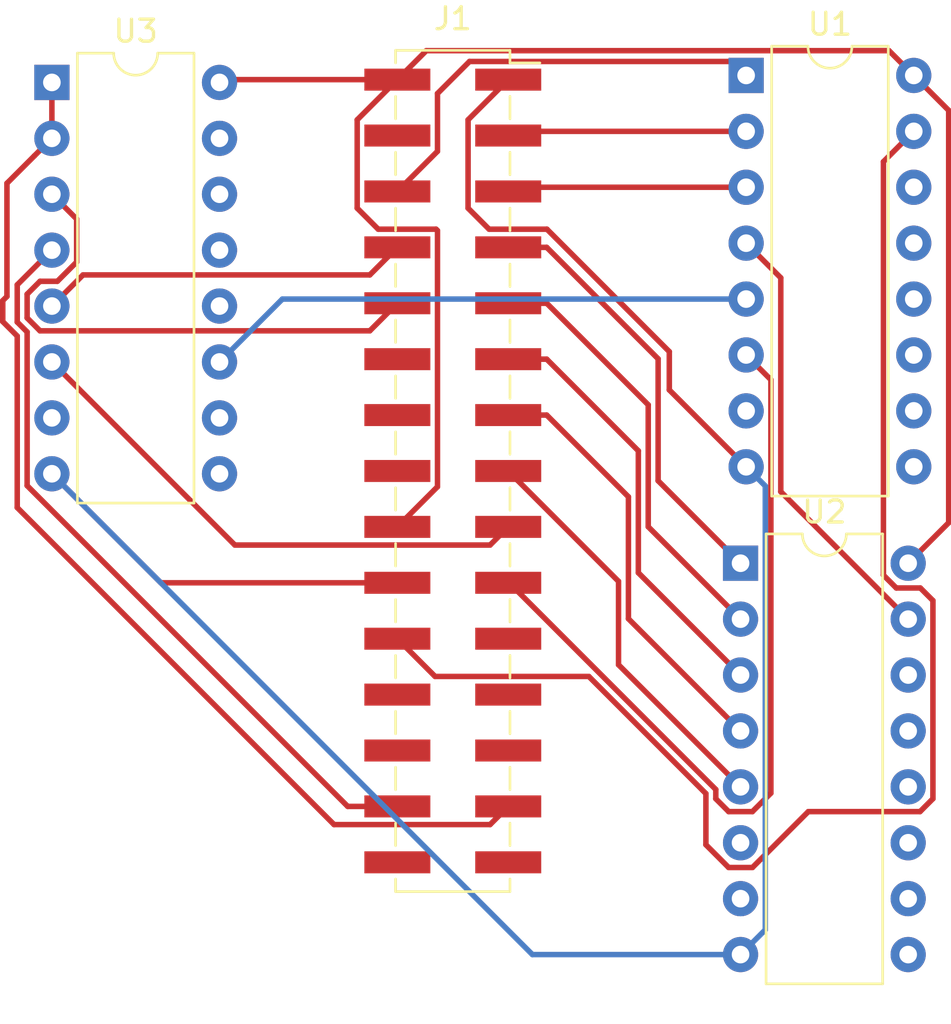
<source format=kicad_pcb>
(kicad_pcb (version 20171130) (host pcbnew "(5.1.10)-1")

  (general
    (thickness 1.6)
    (drawings 0)
    (tracks 120)
    (zones 0)
    (modules 4)
    (nets 23)
  )

  (page A4)
  (layers
    (0 F.Cu signal)
    (31 B.Cu signal)
    (32 B.Adhes user)
    (33 F.Adhes user)
    (34 B.Paste user)
    (35 F.Paste user)
    (36 B.SilkS user)
    (37 F.SilkS user)
    (38 B.Mask user)
    (39 F.Mask user)
    (40 Dwgs.User user)
    (41 Cmts.User user)
    (42 Eco1.User user)
    (43 Eco2.User user)
    (44 Edge.Cuts user)
    (45 Margin user)
    (46 B.CrtYd user)
    (47 F.CrtYd user)
    (48 B.Fab user)
    (49 F.Fab user)
  )

  (setup
    (last_trace_width 0.25)
    (trace_clearance 0.2)
    (zone_clearance 0.508)
    (zone_45_only no)
    (trace_min 0.2)
    (via_size 0.8)
    (via_drill 0.4)
    (via_min_size 0.4)
    (via_min_drill 0.3)
    (uvia_size 0.3)
    (uvia_drill 0.1)
    (uvias_allowed no)
    (uvia_min_size 0.2)
    (uvia_min_drill 0.1)
    (edge_width 0.1)
    (segment_width 0.2)
    (pcb_text_width 0.3)
    (pcb_text_size 1.5 1.5)
    (mod_edge_width 0.15)
    (mod_text_size 1 1)
    (mod_text_width 0.15)
    (pad_size 1.524 1.524)
    (pad_drill 0.762)
    (pad_to_mask_clearance 0)
    (aux_axis_origin 0 0)
    (visible_elements FFFFEF7F)
    (pcbplotparams
      (layerselection 0x010fc_ffffffff)
      (usegerberextensions false)
      (usegerberattributes true)
      (usegerberadvancedattributes true)
      (creategerberjobfile true)
      (excludeedgelayer true)
      (linewidth 0.100000)
      (plotframeref false)
      (viasonmask false)
      (mode 1)
      (useauxorigin false)
      (hpglpennumber 1)
      (hpglpenspeed 20)
      (hpglpendiameter 15.000000)
      (psnegative false)
      (psa4output false)
      (plotreference true)
      (plotvalue true)
      (plotinvisibletext false)
      (padsonsilk false)
      (subtractmaskfromsilk false)
      (outputformat 1)
      (mirror false)
      (drillshape 1)
      (scaleselection 1)
      (outputdirectory ""))
  )

  (net 0 "")
  (net 1 ROMSEL)
  (net 2 R-W)
  (net 3 A0)
  (net 4 A1)
  (net 5 EXP3)
  (net 6 A2)
  (net 7 EXP1)
  (net 8 A3)
  (net 9 EXP8)
  (net 10 A4)
  (net 11 A5)
  (net 12 A6)
  (net 13 A7)
  (net 14 A14)
  (net 15 A8)
  (net 16 A13)
  (net 17 A9)
  (net 18 A12)
  (net 19 A10)
  (net 20 A11)
  (net 21 EN2)
  (net 22 EN1)

  (net_class Default "This is the default net class."
    (clearance 0.2)
    (trace_width 0.25)
    (via_dia 0.8)
    (via_drill 0.4)
    (uvia_dia 0.3)
    (uvia_drill 0.1)
    (add_net A0)
    (add_net A1)
    (add_net A10)
    (add_net A11)
    (add_net A12)
    (add_net A13)
    (add_net A14)
    (add_net A2)
    (add_net A3)
    (add_net A4)
    (add_net A5)
    (add_net A6)
    (add_net A7)
    (add_net A8)
    (add_net A9)
    (add_net EN1)
    (add_net EN2)
    (add_net EXP1)
    (add_net EXP3)
    (add_net EXP8)
    (add_net R-W)
    (add_net ROMSEL)
  )

  (module Package_DIP:DIP-16_W7.62mm (layer F.Cu) (tedit 5A02E8C5) (tstamp 6127D28B)
    (at 106.172 76.962)
    (descr "16-lead though-hole mounted DIP package, row spacing 7.62 mm (300 mils)")
    (tags "THT DIP DIL PDIP 2.54mm 7.62mm 300mil")
    (path /60A117DA)
    (fp_text reference U3 (at 3.81 -2.33) (layer F.SilkS)
      (effects (font (size 1 1) (thickness 0.15)))
    )
    (fp_text value 74LS138 (at 3.81 20.11) (layer F.Fab)
      (effects (font (size 1 1) (thickness 0.15)))
    )
    (fp_text user %R (at 3.81 8.89) (layer F.Fab)
      (effects (font (size 1 1) (thickness 0.15)))
    )
    (fp_arc (start 3.81 -1.33) (end 2.81 -1.33) (angle -180) (layer F.SilkS) (width 0.12))
    (fp_line (start 1.635 -1.27) (end 6.985 -1.27) (layer F.Fab) (width 0.1))
    (fp_line (start 6.985 -1.27) (end 6.985 19.05) (layer F.Fab) (width 0.1))
    (fp_line (start 6.985 19.05) (end 0.635 19.05) (layer F.Fab) (width 0.1))
    (fp_line (start 0.635 19.05) (end 0.635 -0.27) (layer F.Fab) (width 0.1))
    (fp_line (start 0.635 -0.27) (end 1.635 -1.27) (layer F.Fab) (width 0.1))
    (fp_line (start 2.81 -1.33) (end 1.16 -1.33) (layer F.SilkS) (width 0.12))
    (fp_line (start 1.16 -1.33) (end 1.16 19.11) (layer F.SilkS) (width 0.12))
    (fp_line (start 1.16 19.11) (end 6.46 19.11) (layer F.SilkS) (width 0.12))
    (fp_line (start 6.46 19.11) (end 6.46 -1.33) (layer F.SilkS) (width 0.12))
    (fp_line (start 6.46 -1.33) (end 4.81 -1.33) (layer F.SilkS) (width 0.12))
    (fp_line (start -1.1 -1.55) (end -1.1 19.3) (layer F.CrtYd) (width 0.05))
    (fp_line (start -1.1 19.3) (end 8.7 19.3) (layer F.CrtYd) (width 0.05))
    (fp_line (start 8.7 19.3) (end 8.7 -1.55) (layer F.CrtYd) (width 0.05))
    (fp_line (start 8.7 -1.55) (end -1.1 -1.55) (layer F.CrtYd) (width 0.05))
    (pad 16 thru_hole oval (at 7.62 0) (size 1.6 1.6) (drill 0.8) (layers *.Cu *.Mask)
      (net 9 EXP8))
    (pad 8 thru_hole oval (at 0 17.78) (size 1.6 1.6) (drill 0.8) (layers *.Cu *.Mask)
      (net 7 EXP1))
    (pad 15 thru_hole oval (at 7.62 2.54) (size 1.6 1.6) (drill 0.8) (layers *.Cu *.Mask))
    (pad 7 thru_hole oval (at 0 15.24) (size 1.6 1.6) (drill 0.8) (layers *.Cu *.Mask))
    (pad 14 thru_hole oval (at 7.62 5.08) (size 1.6 1.6) (drill 0.8) (layers *.Cu *.Mask))
    (pad 6 thru_hole oval (at 0 12.7) (size 1.6 1.6) (drill 0.8) (layers *.Cu *.Mask)
      (net 10 A4))
    (pad 13 thru_hole oval (at 7.62 7.62) (size 1.6 1.6) (drill 0.8) (layers *.Cu *.Mask))
    (pad 5 thru_hole oval (at 0 10.16) (size 1.6 1.6) (drill 0.8) (layers *.Cu *.Mask)
      (net 16 A13))
    (pad 12 thru_hole oval (at 7.62 10.16) (size 1.6 1.6) (drill 0.8) (layers *.Cu *.Mask))
    (pad 4 thru_hole oval (at 0 7.62) (size 1.6 1.6) (drill 0.8) (layers *.Cu *.Mask)
      (net 1 ROMSEL))
    (pad 11 thru_hole oval (at 7.62 12.7) (size 1.6 1.6) (drill 0.8) (layers *.Cu *.Mask)
      (net 21 EN2))
    (pad 3 thru_hole oval (at 0 5.08) (size 1.6 1.6) (drill 0.8) (layers *.Cu *.Mask)
      (net 14 A14))
    (pad 10 thru_hole oval (at 7.62 15.24) (size 1.6 1.6) (drill 0.8) (layers *.Cu *.Mask))
    (pad 2 thru_hole oval (at 0 2.54) (size 1.6 1.6) (drill 0.8) (layers *.Cu *.Mask)
      (net 2 R-W))
    (pad 9 thru_hole oval (at 7.62 17.78) (size 1.6 1.6) (drill 0.8) (layers *.Cu *.Mask))
    (pad 1 thru_hole rect (at 0 0) (size 1.6 1.6) (drill 0.8) (layers *.Cu *.Mask)
      (net 2 R-W))
    (model ${KISYS3DMOD}/Package_DIP.3dshapes/DIP-16_W7.62mm.wrl
      (at (xyz 0 0 0))
      (scale (xyz 1 1 1))
      (rotate (xyz 0 0 0))
    )
  )

  (module Package_DIP:DIP-16_W7.62mm (layer F.Cu) (tedit 5A02E8C5) (tstamp 6127F7F7)
    (at 137.4775 98.806)
    (descr "16-lead though-hole mounted DIP package, row spacing 7.62 mm (300 mils)")
    (tags "THT DIP DIL PDIP 2.54mm 7.62mm 300mil")
    (path /60A1313F)
    (fp_text reference U2 (at 3.81 -2.33) (layer F.SilkS)
      (effects (font (size 1 1) (thickness 0.15)))
    )
    (fp_text value 74LS138 (at 3.81 20.11) (layer F.Fab)
      (effects (font (size 1 1) (thickness 0.15)))
    )
    (fp_text user %R (at 3.81 8.89) (layer F.Fab)
      (effects (font (size 1 1) (thickness 0.15)))
    )
    (fp_arc (start 3.81 -1.33) (end 2.81 -1.33) (angle -180) (layer F.SilkS) (width 0.12))
    (fp_line (start 1.635 -1.27) (end 6.985 -1.27) (layer F.Fab) (width 0.1))
    (fp_line (start 6.985 -1.27) (end 6.985 19.05) (layer F.Fab) (width 0.1))
    (fp_line (start 6.985 19.05) (end 0.635 19.05) (layer F.Fab) (width 0.1))
    (fp_line (start 0.635 19.05) (end 0.635 -0.27) (layer F.Fab) (width 0.1))
    (fp_line (start 0.635 -0.27) (end 1.635 -1.27) (layer F.Fab) (width 0.1))
    (fp_line (start 2.81 -1.33) (end 1.16 -1.33) (layer F.SilkS) (width 0.12))
    (fp_line (start 1.16 -1.33) (end 1.16 19.11) (layer F.SilkS) (width 0.12))
    (fp_line (start 1.16 19.11) (end 6.46 19.11) (layer F.SilkS) (width 0.12))
    (fp_line (start 6.46 19.11) (end 6.46 -1.33) (layer F.SilkS) (width 0.12))
    (fp_line (start 6.46 -1.33) (end 4.81 -1.33) (layer F.SilkS) (width 0.12))
    (fp_line (start -1.1 -1.55) (end -1.1 19.3) (layer F.CrtYd) (width 0.05))
    (fp_line (start -1.1 19.3) (end 8.7 19.3) (layer F.CrtYd) (width 0.05))
    (fp_line (start 8.7 19.3) (end 8.7 -1.55) (layer F.CrtYd) (width 0.05))
    (fp_line (start 8.7 -1.55) (end -1.1 -1.55) (layer F.CrtYd) (width 0.05))
    (pad 16 thru_hole oval (at 7.62 0) (size 1.6 1.6) (drill 0.8) (layers *.Cu *.Mask)
      (net 9 EXP8))
    (pad 8 thru_hole oval (at 0 17.78) (size 1.6 1.6) (drill 0.8) (layers *.Cu *.Mask)
      (net 7 EXP1))
    (pad 15 thru_hole oval (at 7.62 2.54) (size 1.6 1.6) (drill 0.8) (layers *.Cu *.Mask)
      (net 22 EN1))
    (pad 7 thru_hole oval (at 0 15.24) (size 1.6 1.6) (drill 0.8) (layers *.Cu *.Mask))
    (pad 14 thru_hole oval (at 7.62 5.08) (size 1.6 1.6) (drill 0.8) (layers *.Cu *.Mask))
    (pad 6 thru_hole oval (at 0 12.7) (size 1.6 1.6) (drill 0.8) (layers *.Cu *.Mask)
      (net 6 A2))
    (pad 13 thru_hole oval (at 7.62 7.62) (size 1.6 1.6) (drill 0.8) (layers *.Cu *.Mask))
    (pad 5 thru_hole oval (at 0 10.16) (size 1.6 1.6) (drill 0.8) (layers *.Cu *.Mask)
      (net 11 A5))
    (pad 12 thru_hole oval (at 7.62 10.16) (size 1.6 1.6) (drill 0.8) (layers *.Cu *.Mask))
    (pad 4 thru_hole oval (at 0 7.62) (size 1.6 1.6) (drill 0.8) (layers *.Cu *.Mask)
      (net 12 A6))
    (pad 11 thru_hole oval (at 7.62 12.7) (size 1.6 1.6) (drill 0.8) (layers *.Cu *.Mask))
    (pad 3 thru_hole oval (at 0 5.08) (size 1.6 1.6) (drill 0.8) (layers *.Cu *.Mask)
      (net 13 A7))
    (pad 10 thru_hole oval (at 7.62 15.24) (size 1.6 1.6) (drill 0.8) (layers *.Cu *.Mask))
    (pad 2 thru_hole oval (at 0 2.54) (size 1.6 1.6) (drill 0.8) (layers *.Cu *.Mask)
      (net 15 A8))
    (pad 9 thru_hole oval (at 7.62 17.78) (size 1.6 1.6) (drill 0.8) (layers *.Cu *.Mask))
    (pad 1 thru_hole rect (at 0 0) (size 1.6 1.6) (drill 0.8) (layers *.Cu *.Mask)
      (net 17 A9))
    (model ${KISYS3DMOD}/Package_DIP.3dshapes/DIP-16_W7.62mm.wrl
      (at (xyz 0 0 0))
      (scale (xyz 1 1 1))
      (rotate (xyz 0 0 0))
    )
  )

  (module Package_DIP:DIP-16_W7.62mm (layer F.Cu) (tedit 5A02E8C5) (tstamp 6127D243)
    (at 137.7315 76.6445)
    (descr "16-lead though-hole mounted DIP package, row spacing 7.62 mm (300 mils)")
    (tags "THT DIP DIL PDIP 2.54mm 7.62mm 300mil")
    (path /60A12520)
    (fp_text reference U1 (at 3.81 -2.33) (layer F.SilkS)
      (effects (font (size 1 1) (thickness 0.15)))
    )
    (fp_text value 74LS138 (at 3.81 20.11) (layer F.Fab)
      (effects (font (size 1 1) (thickness 0.15)))
    )
    (fp_text user %R (at 3.81 8.89) (layer F.Fab)
      (effects (font (size 1 1) (thickness 0.15)))
    )
    (fp_arc (start 3.81 -1.33) (end 2.81 -1.33) (angle -180) (layer F.SilkS) (width 0.12))
    (fp_line (start 1.635 -1.27) (end 6.985 -1.27) (layer F.Fab) (width 0.1))
    (fp_line (start 6.985 -1.27) (end 6.985 19.05) (layer F.Fab) (width 0.1))
    (fp_line (start 6.985 19.05) (end 0.635 19.05) (layer F.Fab) (width 0.1))
    (fp_line (start 0.635 19.05) (end 0.635 -0.27) (layer F.Fab) (width 0.1))
    (fp_line (start 0.635 -0.27) (end 1.635 -1.27) (layer F.Fab) (width 0.1))
    (fp_line (start 2.81 -1.33) (end 1.16 -1.33) (layer F.SilkS) (width 0.12))
    (fp_line (start 1.16 -1.33) (end 1.16 19.11) (layer F.SilkS) (width 0.12))
    (fp_line (start 1.16 19.11) (end 6.46 19.11) (layer F.SilkS) (width 0.12))
    (fp_line (start 6.46 19.11) (end 6.46 -1.33) (layer F.SilkS) (width 0.12))
    (fp_line (start 6.46 -1.33) (end 4.81 -1.33) (layer F.SilkS) (width 0.12))
    (fp_line (start -1.1 -1.55) (end -1.1 19.3) (layer F.CrtYd) (width 0.05))
    (fp_line (start -1.1 19.3) (end 8.7 19.3) (layer F.CrtYd) (width 0.05))
    (fp_line (start 8.7 19.3) (end 8.7 -1.55) (layer F.CrtYd) (width 0.05))
    (fp_line (start 8.7 -1.55) (end -1.1 -1.55) (layer F.CrtYd) (width 0.05))
    (pad 16 thru_hole oval (at 7.62 0) (size 1.6 1.6) (drill 0.8) (layers *.Cu *.Mask)
      (net 9 EXP8))
    (pad 8 thru_hole oval (at 0 17.78) (size 1.6 1.6) (drill 0.8) (layers *.Cu *.Mask)
      (net 7 EXP1))
    (pad 15 thru_hole oval (at 7.62 2.54) (size 1.6 1.6) (drill 0.8) (layers *.Cu *.Mask)
      (net 5 EXP3))
    (pad 7 thru_hole oval (at 0 15.24) (size 1.6 1.6) (drill 0.8) (layers *.Cu *.Mask))
    (pad 14 thru_hole oval (at 7.62 5.08) (size 1.6 1.6) (drill 0.8) (layers *.Cu *.Mask))
    (pad 6 thru_hole oval (at 0 12.7) (size 1.6 1.6) (drill 0.8) (layers *.Cu *.Mask)
      (net 8 A3))
    (pad 13 thru_hole oval (at 7.62 7.62) (size 1.6 1.6) (drill 0.8) (layers *.Cu *.Mask))
    (pad 5 thru_hole oval (at 0 10.16) (size 1.6 1.6) (drill 0.8) (layers *.Cu *.Mask)
      (net 21 EN2))
    (pad 12 thru_hole oval (at 7.62 10.16) (size 1.6 1.6) (drill 0.8) (layers *.Cu *.Mask))
    (pad 4 thru_hole oval (at 0 7.62) (size 1.6 1.6) (drill 0.8) (layers *.Cu *.Mask)
      (net 22 EN1))
    (pad 11 thru_hole oval (at 7.62 12.7) (size 1.6 1.6) (drill 0.8) (layers *.Cu *.Mask))
    (pad 3 thru_hole oval (at 0 5.08) (size 1.6 1.6) (drill 0.8) (layers *.Cu *.Mask)
      (net 19 A10))
    (pad 10 thru_hole oval (at 7.62 15.24) (size 1.6 1.6) (drill 0.8) (layers *.Cu *.Mask))
    (pad 2 thru_hole oval (at 0 2.54) (size 1.6 1.6) (drill 0.8) (layers *.Cu *.Mask)
      (net 20 A11))
    (pad 9 thru_hole oval (at 7.62 17.78) (size 1.6 1.6) (drill 0.8) (layers *.Cu *.Mask))
    (pad 1 thru_hole rect (at 0 0) (size 1.6 1.6) (drill 0.8) (layers *.Cu *.Mask)
      (net 18 A12))
    (model ${KISYS3DMOD}/Package_DIP.3dshapes/DIP-16_W7.62mm.wrl
      (at (xyz 0 0 0))
      (scale (xyz 1 1 1))
      (rotate (xyz 0 0 0))
    )
  )

  (module Connector_PinSocket_2.54mm:PinSocket_2x15_P2.54mm_Vertical_SMD (layer F.Cu) (tedit 5A19A42F) (tstamp 6127CA7A)
    (at 124.3965 94.615)
    (descr "surface-mounted straight socket strip, 2x15, 2.54mm pitch, double cols (from Kicad 4.0.7), script generated")
    (tags "Surface mounted socket strip SMD 2x15 2.54mm double row")
    (path /6127AD18)
    (attr smd)
    (fp_text reference J1 (at 0 -20.55) (layer F.SilkS)
      (effects (font (size 1 1) (thickness 0.15)))
    )
    (fp_text value Conn_01x16_Female (at 0 20.55) (layer F.Fab)
      (effects (font (size 1 1) (thickness 0.15)))
    )
    (fp_text user %R (at 0 0 90) (layer F.Fab)
      (effects (font (size 1 1) (thickness 0.15)))
    )
    (fp_line (start -2.6 -19.11) (end 2.6 -19.11) (layer F.SilkS) (width 0.12))
    (fp_line (start 2.6 -19.11) (end 2.6 -18.54) (layer F.SilkS) (width 0.12))
    (fp_line (start 2.6 -17.02) (end 2.6 -16) (layer F.SilkS) (width 0.12))
    (fp_line (start 2.6 -14.48) (end 2.6 -13.46) (layer F.SilkS) (width 0.12))
    (fp_line (start 2.6 -11.94) (end 2.6 -10.92) (layer F.SilkS) (width 0.12))
    (fp_line (start 2.6 -9.4) (end 2.6 -8.38) (layer F.SilkS) (width 0.12))
    (fp_line (start 2.6 -6.86) (end 2.6 -5.84) (layer F.SilkS) (width 0.12))
    (fp_line (start 2.6 -4.32) (end 2.6 -3.3) (layer F.SilkS) (width 0.12))
    (fp_line (start 2.6 -1.78) (end 2.6 -0.76) (layer F.SilkS) (width 0.12))
    (fp_line (start 2.6 0.76) (end 2.6 1.78) (layer F.SilkS) (width 0.12))
    (fp_line (start 2.6 3.3) (end 2.6 4.32) (layer F.SilkS) (width 0.12))
    (fp_line (start 2.6 5.84) (end 2.6 6.86) (layer F.SilkS) (width 0.12))
    (fp_line (start 2.6 8.38) (end 2.6 9.4) (layer F.SilkS) (width 0.12))
    (fp_line (start 2.6 10.92) (end 2.6 11.94) (layer F.SilkS) (width 0.12))
    (fp_line (start 2.6 13.46) (end 2.6 14.48) (layer F.SilkS) (width 0.12))
    (fp_line (start 2.6 16) (end 2.6 17.02) (layer F.SilkS) (width 0.12))
    (fp_line (start 2.6 18.54) (end 2.6 19.11) (layer F.SilkS) (width 0.12))
    (fp_line (start -2.6 19.11) (end 2.6 19.11) (layer F.SilkS) (width 0.12))
    (fp_line (start -2.6 -19.11) (end -2.6 -18.54) (layer F.SilkS) (width 0.12))
    (fp_line (start -2.6 -17.02) (end -2.6 -16) (layer F.SilkS) (width 0.12))
    (fp_line (start -2.6 -14.48) (end -2.6 -13.46) (layer F.SilkS) (width 0.12))
    (fp_line (start -2.6 -11.94) (end -2.6 -10.92) (layer F.SilkS) (width 0.12))
    (fp_line (start -2.6 -9.4) (end -2.6 -8.38) (layer F.SilkS) (width 0.12))
    (fp_line (start -2.6 -6.86) (end -2.6 -5.84) (layer F.SilkS) (width 0.12))
    (fp_line (start -2.6 -4.32) (end -2.6 -3.3) (layer F.SilkS) (width 0.12))
    (fp_line (start -2.6 -1.78) (end -2.6 -0.76) (layer F.SilkS) (width 0.12))
    (fp_line (start -2.6 0.76) (end -2.6 1.78) (layer F.SilkS) (width 0.12))
    (fp_line (start -2.6 3.3) (end -2.6 4.32) (layer F.SilkS) (width 0.12))
    (fp_line (start -2.6 5.84) (end -2.6 6.86) (layer F.SilkS) (width 0.12))
    (fp_line (start -2.6 8.38) (end -2.6 9.4) (layer F.SilkS) (width 0.12))
    (fp_line (start -2.6 10.92) (end -2.6 11.94) (layer F.SilkS) (width 0.12))
    (fp_line (start -2.6 13.46) (end -2.6 14.48) (layer F.SilkS) (width 0.12))
    (fp_line (start -2.6 16) (end -2.6 17.02) (layer F.SilkS) (width 0.12))
    (fp_line (start -2.6 18.54) (end -2.6 19.11) (layer F.SilkS) (width 0.12))
    (fp_line (start 2.6 -18.54) (end 3.96 -18.54) (layer F.SilkS) (width 0.12))
    (fp_line (start -2.54 -19.05) (end 1.54 -19.05) (layer F.Fab) (width 0.1))
    (fp_line (start 1.54 -19.05) (end 2.54 -18.05) (layer F.Fab) (width 0.1))
    (fp_line (start 2.54 -18.05) (end 2.54 19.05) (layer F.Fab) (width 0.1))
    (fp_line (start 2.54 19.05) (end -2.54 19.05) (layer F.Fab) (width 0.1))
    (fp_line (start -2.54 19.05) (end -2.54 -19.05) (layer F.Fab) (width 0.1))
    (fp_line (start -3.92 -18.1) (end -2.54 -18.1) (layer F.Fab) (width 0.1))
    (fp_line (start -2.54 -17.46) (end -3.92 -17.46) (layer F.Fab) (width 0.1))
    (fp_line (start -3.92 -17.46) (end -3.92 -18.1) (layer F.Fab) (width 0.1))
    (fp_line (start 2.54 -18.1) (end 3.92 -18.1) (layer F.Fab) (width 0.1))
    (fp_line (start 3.92 -18.1) (end 3.92 -17.46) (layer F.Fab) (width 0.1))
    (fp_line (start 3.92 -17.46) (end 2.54 -17.46) (layer F.Fab) (width 0.1))
    (fp_line (start -3.92 -15.56) (end -2.54 -15.56) (layer F.Fab) (width 0.1))
    (fp_line (start -2.54 -14.92) (end -3.92 -14.92) (layer F.Fab) (width 0.1))
    (fp_line (start -3.92 -14.92) (end -3.92 -15.56) (layer F.Fab) (width 0.1))
    (fp_line (start 2.54 -15.56) (end 3.92 -15.56) (layer F.Fab) (width 0.1))
    (fp_line (start 3.92 -15.56) (end 3.92 -14.92) (layer F.Fab) (width 0.1))
    (fp_line (start 3.92 -14.92) (end 2.54 -14.92) (layer F.Fab) (width 0.1))
    (fp_line (start -3.92 -13.02) (end -2.54 -13.02) (layer F.Fab) (width 0.1))
    (fp_line (start -2.54 -12.38) (end -3.92 -12.38) (layer F.Fab) (width 0.1))
    (fp_line (start -3.92 -12.38) (end -3.92 -13.02) (layer F.Fab) (width 0.1))
    (fp_line (start 2.54 -13.02) (end 3.92 -13.02) (layer F.Fab) (width 0.1))
    (fp_line (start 3.92 -13.02) (end 3.92 -12.38) (layer F.Fab) (width 0.1))
    (fp_line (start 3.92 -12.38) (end 2.54 -12.38) (layer F.Fab) (width 0.1))
    (fp_line (start -3.92 -10.48) (end -2.54 -10.48) (layer F.Fab) (width 0.1))
    (fp_line (start -2.54 -9.84) (end -3.92 -9.84) (layer F.Fab) (width 0.1))
    (fp_line (start -3.92 -9.84) (end -3.92 -10.48) (layer F.Fab) (width 0.1))
    (fp_line (start 2.54 -10.48) (end 3.92 -10.48) (layer F.Fab) (width 0.1))
    (fp_line (start 3.92 -10.48) (end 3.92 -9.84) (layer F.Fab) (width 0.1))
    (fp_line (start 3.92 -9.84) (end 2.54 -9.84) (layer F.Fab) (width 0.1))
    (fp_line (start -3.92 -7.94) (end -2.54 -7.94) (layer F.Fab) (width 0.1))
    (fp_line (start -2.54 -7.3) (end -3.92 -7.3) (layer F.Fab) (width 0.1))
    (fp_line (start -3.92 -7.3) (end -3.92 -7.94) (layer F.Fab) (width 0.1))
    (fp_line (start 2.54 -7.94) (end 3.92 -7.94) (layer F.Fab) (width 0.1))
    (fp_line (start 3.92 -7.94) (end 3.92 -7.3) (layer F.Fab) (width 0.1))
    (fp_line (start 3.92 -7.3) (end 2.54 -7.3) (layer F.Fab) (width 0.1))
    (fp_line (start -3.92 -5.4) (end -2.54 -5.4) (layer F.Fab) (width 0.1))
    (fp_line (start -2.54 -4.76) (end -3.92 -4.76) (layer F.Fab) (width 0.1))
    (fp_line (start -3.92 -4.76) (end -3.92 -5.4) (layer F.Fab) (width 0.1))
    (fp_line (start 2.54 -5.4) (end 3.92 -5.4) (layer F.Fab) (width 0.1))
    (fp_line (start 3.92 -5.4) (end 3.92 -4.76) (layer F.Fab) (width 0.1))
    (fp_line (start 3.92 -4.76) (end 2.54 -4.76) (layer F.Fab) (width 0.1))
    (fp_line (start -3.92 -2.86) (end -2.54 -2.86) (layer F.Fab) (width 0.1))
    (fp_line (start -2.54 -2.22) (end -3.92 -2.22) (layer F.Fab) (width 0.1))
    (fp_line (start -3.92 -2.22) (end -3.92 -2.86) (layer F.Fab) (width 0.1))
    (fp_line (start 2.54 -2.86) (end 3.92 -2.86) (layer F.Fab) (width 0.1))
    (fp_line (start 3.92 -2.86) (end 3.92 -2.22) (layer F.Fab) (width 0.1))
    (fp_line (start 3.92 -2.22) (end 2.54 -2.22) (layer F.Fab) (width 0.1))
    (fp_line (start -3.92 -0.32) (end -2.54 -0.32) (layer F.Fab) (width 0.1))
    (fp_line (start -2.54 0.32) (end -3.92 0.32) (layer F.Fab) (width 0.1))
    (fp_line (start -3.92 0.32) (end -3.92 -0.32) (layer F.Fab) (width 0.1))
    (fp_line (start 2.54 -0.32) (end 3.92 -0.32) (layer F.Fab) (width 0.1))
    (fp_line (start 3.92 -0.32) (end 3.92 0.32) (layer F.Fab) (width 0.1))
    (fp_line (start 3.92 0.32) (end 2.54 0.32) (layer F.Fab) (width 0.1))
    (fp_line (start -3.92 2.22) (end -2.54 2.22) (layer F.Fab) (width 0.1))
    (fp_line (start -2.54 2.86) (end -3.92 2.86) (layer F.Fab) (width 0.1))
    (fp_line (start -3.92 2.86) (end -3.92 2.22) (layer F.Fab) (width 0.1))
    (fp_line (start 2.54 2.22) (end 3.92 2.22) (layer F.Fab) (width 0.1))
    (fp_line (start 3.92 2.22) (end 3.92 2.86) (layer F.Fab) (width 0.1))
    (fp_line (start 3.92 2.86) (end 2.54 2.86) (layer F.Fab) (width 0.1))
    (fp_line (start -3.92 4.76) (end -2.54 4.76) (layer F.Fab) (width 0.1))
    (fp_line (start -2.54 5.4) (end -3.92 5.4) (layer F.Fab) (width 0.1))
    (fp_line (start -3.92 5.4) (end -3.92 4.76) (layer F.Fab) (width 0.1))
    (fp_line (start 2.54 4.76) (end 3.92 4.76) (layer F.Fab) (width 0.1))
    (fp_line (start 3.92 4.76) (end 3.92 5.4) (layer F.Fab) (width 0.1))
    (fp_line (start 3.92 5.4) (end 2.54 5.4) (layer F.Fab) (width 0.1))
    (fp_line (start -3.92 7.3) (end -2.54 7.3) (layer F.Fab) (width 0.1))
    (fp_line (start -2.54 7.94) (end -3.92 7.94) (layer F.Fab) (width 0.1))
    (fp_line (start -3.92 7.94) (end -3.92 7.3) (layer F.Fab) (width 0.1))
    (fp_line (start 2.54 7.3) (end 3.92 7.3) (layer F.Fab) (width 0.1))
    (fp_line (start 3.92 7.3) (end 3.92 7.94) (layer F.Fab) (width 0.1))
    (fp_line (start 3.92 7.94) (end 2.54 7.94) (layer F.Fab) (width 0.1))
    (fp_line (start -3.92 9.84) (end -2.54 9.84) (layer F.Fab) (width 0.1))
    (fp_line (start -2.54 10.48) (end -3.92 10.48) (layer F.Fab) (width 0.1))
    (fp_line (start -3.92 10.48) (end -3.92 9.84) (layer F.Fab) (width 0.1))
    (fp_line (start 2.54 9.84) (end 3.92 9.84) (layer F.Fab) (width 0.1))
    (fp_line (start 3.92 9.84) (end 3.92 10.48) (layer F.Fab) (width 0.1))
    (fp_line (start 3.92 10.48) (end 2.54 10.48) (layer F.Fab) (width 0.1))
    (fp_line (start -3.92 12.38) (end -2.54 12.38) (layer F.Fab) (width 0.1))
    (fp_line (start -2.54 13.02) (end -3.92 13.02) (layer F.Fab) (width 0.1))
    (fp_line (start -3.92 13.02) (end -3.92 12.38) (layer F.Fab) (width 0.1))
    (fp_line (start 2.54 12.38) (end 3.92 12.38) (layer F.Fab) (width 0.1))
    (fp_line (start 3.92 12.38) (end 3.92 13.02) (layer F.Fab) (width 0.1))
    (fp_line (start 3.92 13.02) (end 2.54 13.02) (layer F.Fab) (width 0.1))
    (fp_line (start -3.92 14.92) (end -2.54 14.92) (layer F.Fab) (width 0.1))
    (fp_line (start -2.54 15.56) (end -3.92 15.56) (layer F.Fab) (width 0.1))
    (fp_line (start -3.92 15.56) (end -3.92 14.92) (layer F.Fab) (width 0.1))
    (fp_line (start 2.54 14.92) (end 3.92 14.92) (layer F.Fab) (width 0.1))
    (fp_line (start 3.92 14.92) (end 3.92 15.56) (layer F.Fab) (width 0.1))
    (fp_line (start 3.92 15.56) (end 2.54 15.56) (layer F.Fab) (width 0.1))
    (fp_line (start -3.92 17.46) (end -2.54 17.46) (layer F.Fab) (width 0.1))
    (fp_line (start -2.54 18.1) (end -3.92 18.1) (layer F.Fab) (width 0.1))
    (fp_line (start -3.92 18.1) (end -3.92 17.46) (layer F.Fab) (width 0.1))
    (fp_line (start 2.54 17.46) (end 3.92 17.46) (layer F.Fab) (width 0.1))
    (fp_line (start 3.92 17.46) (end 3.92 18.1) (layer F.Fab) (width 0.1))
    (fp_line (start 3.92 18.1) (end 2.54 18.1) (layer F.Fab) (width 0.1))
    (fp_line (start -4.55 -19.55) (end 4.5 -19.55) (layer F.CrtYd) (width 0.05))
    (fp_line (start 4.5 -19.55) (end 4.5 19.55) (layer F.CrtYd) (width 0.05))
    (fp_line (start 4.5 19.55) (end -4.55 19.55) (layer F.CrtYd) (width 0.05))
    (fp_line (start -4.55 19.55) (end -4.55 -19.55) (layer F.CrtYd) (width 0.05))
    (pad 30 smd rect (at -2.52 17.78) (size 3 1) (layers F.Cu F.Paste F.Mask))
    (pad 29 smd rect (at 2.52 17.78) (size 3 1) (layers F.Cu F.Paste F.Mask))
    (pad 28 smd rect (at -2.52 15.24) (size 3 1) (layers F.Cu F.Paste F.Mask)
      (net 1 ROMSEL))
    (pad 27 smd rect (at 2.52 15.24) (size 3 1) (layers F.Cu F.Paste F.Mask)
      (net 2 R-W))
    (pad 26 smd rect (at -2.52 12.7) (size 3 1) (layers F.Cu F.Paste F.Mask))
    (pad 25 smd rect (at 2.52 12.7) (size 3 1) (layers F.Cu F.Paste F.Mask)
      (net 3 A0))
    (pad 24 smd rect (at -2.52 10.16) (size 3 1) (layers F.Cu F.Paste F.Mask))
    (pad 23 smd rect (at 2.52 10.16) (size 3 1) (layers F.Cu F.Paste F.Mask)
      (net 4 A1))
    (pad 22 smd rect (at -2.52 7.62) (size 3 1) (layers F.Cu F.Paste F.Mask)
      (net 5 EXP3))
    (pad 21 smd rect (at 2.52 7.62) (size 3 1) (layers F.Cu F.Paste F.Mask)
      (net 6 A2))
    (pad 20 smd rect (at -2.52 5.08) (size 3 1) (layers F.Cu F.Paste F.Mask)
      (net 7 EXP1))
    (pad 19 smd rect (at 2.52 5.08) (size 3 1) (layers F.Cu F.Paste F.Mask)
      (net 8 A3))
    (pad 18 smd rect (at -2.52 2.54) (size 3 1) (layers F.Cu F.Paste F.Mask)
      (net 9 EXP8))
    (pad 17 smd rect (at 2.52 2.54) (size 3 1) (layers F.Cu F.Paste F.Mask)
      (net 10 A4))
    (pad 16 smd rect (at -2.52 0) (size 3 1) (layers F.Cu F.Paste F.Mask)
      (net 3 A0))
    (pad 15 smd rect (at 2.52 0) (size 3 1) (layers F.Cu F.Paste F.Mask)
      (net 11 A5))
    (pad 14 smd rect (at -2.52 -2.54) (size 3 1) (layers F.Cu F.Paste F.Mask)
      (net 4 A1))
    (pad 13 smd rect (at 2.52 -2.54) (size 3 1) (layers F.Cu F.Paste F.Mask)
      (net 12 A6))
    (pad 12 smd rect (at -2.52 -5.08) (size 3 1) (layers F.Cu F.Paste F.Mask))
    (pad 11 smd rect (at 2.52 -5.08) (size 3 1) (layers F.Cu F.Paste F.Mask)
      (net 13 A7))
    (pad 10 smd rect (at -2.52 -7.62) (size 3 1) (layers F.Cu F.Paste F.Mask)
      (net 14 A14))
    (pad 9 smd rect (at 2.52 -7.62) (size 3 1) (layers F.Cu F.Paste F.Mask)
      (net 15 A8))
    (pad 8 smd rect (at -2.52 -10.16) (size 3 1) (layers F.Cu F.Paste F.Mask)
      (net 16 A13))
    (pad 7 smd rect (at 2.52 -10.16) (size 3 1) (layers F.Cu F.Paste F.Mask)
      (net 17 A9))
    (pad 6 smd rect (at -2.52 -12.7) (size 3 1) (layers F.Cu F.Paste F.Mask)
      (net 18 A12))
    (pad 5 smd rect (at 2.52 -12.7) (size 3 1) (layers F.Cu F.Paste F.Mask)
      (net 19 A10))
    (pad 4 smd rect (at -2.52 -15.24) (size 3 1) (layers F.Cu F.Paste F.Mask))
    (pad 3 smd rect (at 2.52 -15.24) (size 3 1) (layers F.Cu F.Paste F.Mask)
      (net 20 A11))
    (pad 2 smd rect (at -2.52 -17.78) (size 3 1) (layers F.Cu F.Paste F.Mask)
      (net 9 EXP8))
    (pad 1 smd rect (at 2.52 -17.78) (size 3 1) (layers F.Cu F.Paste F.Mask)
      (net 7 EXP1))
    (model ${KISYS3DMOD}/Connector_PinSocket_2.54mm.3dshapes/PinSocket_2x15_P2.54mm_Vertical_SMD.wrl
      (at (xyz 0 0 0))
      (scale (xyz 1 1 1))
      (rotate (xyz 0 0 0))
    )
  )

  (segment (start 104.596988 86.157012) (end 106.172 84.582) (width 0.25) (layer F.Cu) (net 1))
  (segment (start 104.596988 87.848401) (end 104.596988 86.157012) (width 0.25) (layer F.Cu) (net 1))
  (segment (start 119.619998 109.855) (end 105.046999 95.282001) (width 0.25) (layer F.Cu) (net 1))
  (segment (start 121.8765 109.855) (end 119.619998 109.855) (width 0.25) (layer F.Cu) (net 1))
  (segment (start 105.046999 95.282001) (end 105.046999 88.298411) (width 0.25) (layer F.Cu) (net 1))
  (segment (start 105.046999 88.298411) (end 104.596988 87.848401) (width 0.25) (layer F.Cu) (net 1))
  (segment (start 106.172 76.962) (end 106.172 79.502) (width 0.25) (layer F.Cu) (net 2))
  (segment (start 104.128978 81.545022) (end 105.372001 80.301999) (width 0.25) (layer F.Cu) (net 2))
  (segment (start 126.9165 109.855) (end 126.091499 110.680001) (width 0.25) (layer F.Cu) (net 2))
  (segment (start 104.596988 96.278488) (end 104.596988 88.484812) (width 0.25) (layer F.Cu) (net 2))
  (segment (start 104.128978 86.6857) (end 104.128978 81.545022) (width 0.25) (layer F.Cu) (net 2))
  (segment (start 103.93848 86.876198) (end 104.128978 86.6857) (width 0.25) (layer F.Cu) (net 2))
  (segment (start 103.93848 87.826304) (end 103.93848 86.876198) (width 0.25) (layer F.Cu) (net 2))
  (segment (start 104.596988 88.484812) (end 103.93848 87.826304) (width 0.25) (layer F.Cu) (net 2))
  (segment (start 126.091499 110.680001) (end 118.998501 110.680001) (width 0.25) (layer F.Cu) (net 2))
  (segment (start 105.372001 80.301999) (end 106.172 79.502) (width 0.25) (layer F.Cu) (net 2))
  (segment (start 118.998501 110.680001) (end 104.596988 96.278488) (width 0.25) (layer F.Cu) (net 2))
  (segment (start 140.557501 110.091001) (end 145.637501 110.091001) (width 0.25) (layer F.Cu) (net 5))
  (segment (start 136.937499 112.631001) (end 138.017501 112.631001) (width 0.25) (layer F.Cu) (net 5))
  (segment (start 143.972499 99.346001) (end 143.972499 80.563501) (width 0.25) (layer F.Cu) (net 5))
  (segment (start 130.580091 103.949999) (end 135.902488 109.272396) (width 0.25) (layer F.Cu) (net 5))
  (segment (start 144.557499 99.931001) (end 143.972499 99.346001) (width 0.25) (layer F.Cu) (net 5))
  (segment (start 146.222501 100.502501) (end 145.651001 99.931001) (width 0.25) (layer F.Cu) (net 5))
  (segment (start 145.651001 99.931001) (end 144.557499 99.931001) (width 0.25) (layer F.Cu) (net 5))
  (segment (start 146.222501 109.506001) (end 146.222501 100.502501) (width 0.25) (layer F.Cu) (net 5))
  (segment (start 138.017501 112.631001) (end 140.557501 110.091001) (width 0.25) (layer F.Cu) (net 5))
  (segment (start 135.902488 111.59599) (end 136.937499 112.631001) (width 0.25) (layer F.Cu) (net 5))
  (segment (start 135.902488 109.272396) (end 135.902488 111.59599) (width 0.25) (layer F.Cu) (net 5))
  (segment (start 145.637501 110.091001) (end 146.222501 109.506001) (width 0.25) (layer F.Cu) (net 5))
  (segment (start 123.591499 103.949999) (end 130.580091 103.949999) (width 0.25) (layer F.Cu) (net 5))
  (segment (start 121.8765 102.235) (end 123.591499 103.949999) (width 0.25) (layer F.Cu) (net 5))
  (segment (start 143.972499 80.563501) (end 145.3515 79.1845) (width 0.25) (layer F.Cu) (net 5))
  (segment (start 134.239 90.932) (end 137.7315 94.4245) (width 0.25) (layer F.Cu) (net 7))
  (segment (start 134.239 89.192498) (end 134.239 90.932) (width 0.25) (layer F.Cu) (net 7))
  (segment (start 128.676501 83.629999) (end 134.239 89.192498) (width 0.25) (layer F.Cu) (net 7))
  (segment (start 126.046497 83.629999) (end 128.676501 83.629999) (width 0.25) (layer F.Cu) (net 7))
  (segment (start 125.091499 82.675001) (end 126.046497 83.629999) (width 0.25) (layer F.Cu) (net 7))
  (segment (start 125.091499 78.660001) (end 125.091499 82.675001) (width 0.25) (layer F.Cu) (net 7))
  (segment (start 126.9165 76.835) (end 125.091499 78.660001) (width 0.25) (layer F.Cu) (net 7))
  (segment (start 138.602501 115.460999) (end 137.4775 116.586) (width 0.25) (layer B.Cu) (net 7))
  (segment (start 138.602501 95.295501) (end 138.602501 115.460999) (width 0.25) (layer B.Cu) (net 7))
  (segment (start 137.7315 94.4245) (end 138.602501 95.295501) (width 0.25) (layer B.Cu) (net 7))
  (segment (start 128.016 116.586) (end 137.4775 116.586) (width 0.25) (layer B.Cu) (net 7))
  (segment (start 106.172 94.742) (end 128.016 116.586) (width 0.25) (layer B.Cu) (net 7))
  (segment (start 111.125 99.695) (end 121.8765 99.695) (width 0.25) (layer F.Cu) (net 7))
  (segment (start 106.172 94.742) (end 111.125 99.695) (width 0.25) (layer F.Cu) (net 7))
  (segment (start 136.937499 110.091001) (end 136.352499 109.506001) (width 0.25) (layer F.Cu) (net 8))
  (segment (start 138.017501 110.091001) (end 136.937499 110.091001) (width 0.25) (layer F.Cu) (net 8))
  (segment (start 137.7315 89.3445) (end 138.856501 90.469501) (width 0.25) (layer F.Cu) (net 8))
  (segment (start 136.352499 109.085997) (end 126.961502 99.695) (width 0.25) (layer F.Cu) (net 8))
  (segment (start 138.856501 90.469501) (end 138.856501 109.252001) (width 0.25) (layer F.Cu) (net 8))
  (segment (start 138.856501 109.252001) (end 138.017501 110.091001) (width 0.25) (layer F.Cu) (net 8))
  (segment (start 136.352499 109.506001) (end 136.352499 109.085997) (width 0.25) (layer F.Cu) (net 8))
  (segment (start 126.961502 99.695) (end 126.9165 99.695) (width 0.25) (layer F.Cu) (net 8))
  (segment (start 145.3515 76.6445) (end 146.939 78.232) (width 0.25) (layer F.Cu) (net 9))
  (segment (start 146.939 96.9645) (end 145.0975 98.806) (width 0.25) (layer F.Cu) (net 9))
  (segment (start 146.939 78.232) (end 146.939 96.9645) (width 0.25) (layer F.Cu) (net 9))
  (segment (start 123.192001 75.519499) (end 121.8765 76.835) (width 0.25) (layer F.Cu) (net 9))
  (segment (start 144.226499 75.519499) (end 123.192001 75.519499) (width 0.25) (layer F.Cu) (net 9))
  (segment (start 145.3515 76.6445) (end 144.226499 75.519499) (width 0.25) (layer F.Cu) (net 9))
  (segment (start 113.919 76.835) (end 113.792 76.962) (width 0.25) (layer F.Cu) (net 9))
  (segment (start 121.8765 76.835) (end 113.919 76.835) (width 0.25) (layer F.Cu) (net 9))
  (segment (start 123.701501 95.329999) (end 121.8765 97.155) (width 0.25) (layer F.Cu) (net 9))
  (segment (start 123.701501 83.694999) (end 123.701501 95.329999) (width 0.25) (layer F.Cu) (net 9))
  (segment (start 123.636501 83.629999) (end 123.701501 83.694999) (width 0.25) (layer F.Cu) (net 9))
  (segment (start 121.006497 83.629999) (end 123.636501 83.629999) (width 0.25) (layer F.Cu) (net 9))
  (segment (start 120.051499 82.675001) (end 121.006497 83.629999) (width 0.25) (layer F.Cu) (net 9))
  (segment (start 120.051499 78.660001) (end 120.051499 82.675001) (width 0.25) (layer F.Cu) (net 9))
  (segment (start 121.8765 76.835) (end 120.051499 78.660001) (width 0.25) (layer F.Cu) (net 9))
  (segment (start 114.490001 97.980001) (end 106.172 89.662) (width 0.25) (layer F.Cu) (net 10))
  (segment (start 126.091499 97.980001) (end 114.490001 97.980001) (width 0.25) (layer F.Cu) (net 10))
  (segment (start 126.9165 97.155) (end 126.091499 97.980001) (width 0.25) (layer F.Cu) (net 10))
  (segment (start 126.9165 94.615) (end 131.930956 99.629456) (width 0.25) (layer F.Cu) (net 11))
  (segment (start 131.930956 99.629456) (end 131.930956 103.419456) (width 0.25) (layer F.Cu) (net 11))
  (segment (start 131.930956 103.419456) (end 137.4775 108.966) (width 0.25) (layer F.Cu) (net 11))
  (segment (start 136.677501 105.626001) (end 137.4775 106.426) (width 0.25) (layer F.Cu) (net 12))
  (segment (start 132.380967 101.329467) (end 136.677501 105.626001) (width 0.25) (layer F.Cu) (net 12))
  (segment (start 132.380967 95.789467) (end 132.380967 101.329467) (width 0.25) (layer F.Cu) (net 12))
  (segment (start 128.6665 92.075) (end 132.380967 95.789467) (width 0.25) (layer F.Cu) (net 12))
  (segment (start 126.9165 92.075) (end 128.6665 92.075) (width 0.25) (layer F.Cu) (net 12))
  (segment (start 132.830978 99.239478) (end 135.902488 102.310988) (width 0.25) (layer F.Cu) (net 13))
  (segment (start 132.830978 93.699478) (end 132.830978 99.239478) (width 0.25) (layer F.Cu) (net 13))
  (segment (start 128.6665 89.535) (end 132.830978 93.699478) (width 0.25) (layer F.Cu) (net 13))
  (segment (start 135.902488 102.310988) (end 137.4775 103.886) (width 0.25) (layer F.Cu) (net 13))
  (segment (start 126.9165 89.535) (end 128.6665 89.535) (width 0.25) (layer F.Cu) (net 13))
  (segment (start 107.297001 85.122001) (end 107.297001 83.167001) (width 0.25) (layer F.Cu) (net 14))
  (segment (start 107.297001 83.167001) (end 106.172 82.042) (width 0.25) (layer F.Cu) (net 14))
  (segment (start 105.046999 87.662001) (end 105.046999 86.581999) (width 0.25) (layer F.Cu) (net 14))
  (segment (start 105.631999 88.247001) (end 105.046999 87.662001) (width 0.25) (layer F.Cu) (net 14))
  (segment (start 120.624499 88.247001) (end 105.631999 88.247001) (width 0.25) (layer F.Cu) (net 14))
  (segment (start 121.8765 86.995) (end 120.624499 88.247001) (width 0.25) (layer F.Cu) (net 14))
  (segment (start 105.046999 86.581999) (end 105.631999 85.996999) (width 0.25) (layer F.Cu) (net 14))
  (segment (start 106.422003 85.996999) (end 107.297001 85.122001) (width 0.25) (layer F.Cu) (net 14))
  (segment (start 105.631999 85.996999) (end 106.422003 85.996999) (width 0.25) (layer F.Cu) (net 14))
  (segment (start 137.4775 101.345295) (end 137.4775 101.346) (width 0.25) (layer F.Cu) (net 15))
  (segment (start 126.9165 86.995) (end 128.6665 86.995) (width 0.25) (layer F.Cu) (net 15))
  (segment (start 128.6665 86.995) (end 133.280989 91.609489) (width 0.25) (layer F.Cu) (net 15))
  (segment (start 133.280989 97.148784) (end 137.4775 101.345295) (width 0.25) (layer F.Cu) (net 15))
  (segment (start 133.280989 91.609489) (end 133.280989 97.148784) (width 0.25) (layer F.Cu) (net 15))
  (segment (start 120.624499 85.707001) (end 107.586999 85.707001) (width 0.25) (layer F.Cu) (net 16))
  (segment (start 107.586999 85.707001) (end 106.172 87.122) (width 0.25) (layer F.Cu) (net 16))
  (segment (start 121.8765 84.455) (end 120.624499 85.707001) (width 0.25) (layer F.Cu) (net 16))
  (segment (start 126.9165 84.455) (end 128.6665 84.455) (width 0.25) (layer F.Cu) (net 17))
  (segment (start 133.731 89.5195) (end 133.731 95.0595) (width 0.25) (layer F.Cu) (net 17))
  (segment (start 133.731 95.0595) (end 137.4775 98.806) (width 0.25) (layer F.Cu) (net 17))
  (segment (start 128.6665 84.455) (end 133.731 89.5195) (width 0.25) (layer F.Cu) (net 17))
  (segment (start 123.701501 80.089999) (end 121.8765 81.915) (width 0.25) (layer F.Cu) (net 18))
  (segment (start 123.701501 77.464997) (end 123.701501 80.089999) (width 0.25) (layer F.Cu) (net 18))
  (segment (start 125.156499 76.009999) (end 123.701501 77.464997) (width 0.25) (layer F.Cu) (net 18))
  (segment (start 137.096999 76.009999) (end 125.156499 76.009999) (width 0.25) (layer F.Cu) (net 18))
  (segment (start 137.7315 76.6445) (end 137.096999 76.009999) (width 0.25) (layer F.Cu) (net 18))
  (segment (start 127.107 81.7245) (end 126.9165 81.915) (width 0.25) (layer F.Cu) (net 19))
  (segment (start 137.7315 81.7245) (end 127.107 81.7245) (width 0.25) (layer F.Cu) (net 19))
  (segment (start 127.107 79.1845) (end 126.9165 79.375) (width 0.25) (layer F.Cu) (net 20))
  (segment (start 137.7315 79.1845) (end 127.107 79.1845) (width 0.25) (layer F.Cu) (net 20))
  (segment (start 116.6495 86.8045) (end 113.792 89.662) (width 0.25) (layer B.Cu) (net 21))
  (segment (start 137.7315 86.8045) (end 116.6495 86.8045) (width 0.25) (layer B.Cu) (net 21))
  (segment (start 137.7315 84.2645) (end 139.306512 85.839512) (width 0.25) (layer F.Cu) (net 22))
  (segment (start 139.306512 95.555012) (end 145.0975 101.346) (width 0.25) (layer F.Cu) (net 22))
  (segment (start 139.306512 85.839512) (end 139.306512 95.555012) (width 0.25) (layer F.Cu) (net 22))

)

</source>
